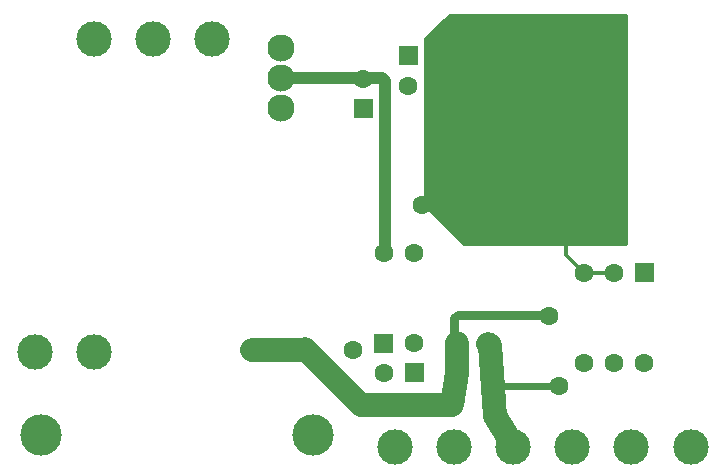
<source format=gbr>
%FSLAX34Y34*%
%MOMM*%
%LNCOPPER_BOTTOM*%
G71*
G01*
%ADD10C, 3.000*%
%ADD11C, 3.500*%
%ADD12C, 2.300*%
%ADD13C, 1.600*%
%ADD14C, 1.000*%
%ADD15C, 1.600*%
%ADD16C, 1.600*%
%ADD17C, 1.400*%
%ADD18C, 2.000*%
%ADD19C, 0.600*%
%ADD20C, 0.300*%
%ADD21C, 0.800*%
%LPD*%
X573000Y587000D02*
G54D10*
D03*
X523000Y587000D02*
G54D10*
D03*
X473000Y587000D02*
G54D10*
D03*
X423000Y587000D02*
G54D10*
D03*
X373000Y587000D02*
G54D10*
D03*
X323000Y587000D02*
G54D10*
D03*
X23000Y597000D02*
G54D11*
D03*
X253000Y597000D02*
G54D11*
D03*
X68000Y932000D02*
G54D10*
D03*
X118000Y932000D02*
G54D10*
D03*
X168000Y932000D02*
G54D10*
D03*
X18000Y667000D02*
G54D10*
D03*
X68000Y667000D02*
G54D10*
D03*
X573000Y587000D02*
G54D10*
D03*
X523000Y587000D02*
G54D10*
D03*
X473000Y587000D02*
G54D10*
D03*
X423000Y587000D02*
G54D10*
D03*
X373000Y587000D02*
G54D10*
D03*
X323000Y587000D02*
G54D10*
D03*
X23000Y597000D02*
G54D11*
D03*
X253000Y597000D02*
G54D11*
D03*
X68000Y932000D02*
G54D10*
D03*
X118000Y932000D02*
G54D10*
D03*
X168000Y932000D02*
G54D10*
D03*
X18000Y667000D02*
G54D10*
D03*
X68000Y667000D02*
G54D10*
D03*
X573000Y587000D02*
G54D10*
D03*
X523000Y587000D02*
G54D10*
D03*
X473000Y587000D02*
G54D10*
D03*
X423000Y587000D02*
G54D10*
D03*
X373000Y587000D02*
G54D10*
D03*
X323000Y587000D02*
G54D10*
D03*
X23000Y597000D02*
G54D11*
D03*
X253000Y597000D02*
G54D11*
D03*
X68000Y932000D02*
G54D10*
D03*
X118000Y932000D02*
G54D10*
D03*
X168000Y932000D02*
G54D10*
D03*
X18000Y667000D02*
G54D10*
D03*
X68000Y667000D02*
G54D10*
D03*
X226600Y924900D02*
G54D12*
D03*
X226600Y899500D02*
G54D12*
D03*
X226600Y874100D02*
G54D12*
D03*
X226600Y924900D02*
G54D12*
D03*
X226600Y899500D02*
G54D12*
D03*
X226600Y874100D02*
G54D12*
D03*
G36*
X305112Y666917D02*
X305112Y682917D01*
X321112Y682917D01*
X321112Y666917D01*
X305112Y666917D01*
G37*
X338612Y674917D02*
G54D13*
D03*
X313112Y751417D02*
G54D13*
D03*
X338612Y751417D02*
G54D13*
D03*
G54D14*
X226600Y899500D02*
X311531Y899500D01*
X313912Y897119D01*
X313912Y752218D01*
X313112Y751417D01*
X313866Y649869D02*
G54D15*
D03*
G36*
X347266Y641869D02*
X331266Y641869D01*
X331266Y657869D01*
X347266Y657869D01*
X347266Y641869D01*
G37*
G36*
X541781Y726400D02*
X525781Y726400D01*
X525781Y742400D01*
X541781Y742400D01*
X541781Y726400D01*
G37*
X508381Y734400D02*
G54D16*
D03*
X482981Y734400D02*
G54D16*
D03*
X482981Y658200D02*
G54D16*
D03*
X508381Y658200D02*
G54D16*
D03*
X533781Y658200D02*
G54D16*
D03*
X295832Y898930D02*
G54D15*
D03*
G36*
X287832Y865530D02*
X287832Y881530D01*
X303832Y881530D01*
X303832Y865530D01*
X287832Y865530D01*
G37*
G36*
X540781Y727400D02*
X526781Y727400D01*
X526781Y741400D01*
X540781Y741400D01*
X540781Y727400D01*
G37*
X508381Y734400D02*
G54D17*
D03*
X482981Y734400D02*
G54D17*
D03*
X482981Y658200D02*
G54D17*
D03*
X508381Y658200D02*
G54D17*
D03*
X533781Y658200D02*
G54D17*
D03*
G54D18*
X201984Y668776D02*
X245114Y668776D01*
X246444Y670106D01*
X294069Y622481D01*
X371062Y622481D01*
X371412Y622131D01*
G54D18*
X371062Y622481D02*
X375208Y649693D01*
X375208Y675093D01*
G54D18*
X423000Y587000D02*
X423000Y588800D01*
X407575Y613353D01*
X402812Y673236D01*
X401796Y674253D01*
X402812Y673236D02*
G54D15*
D03*
X372827Y672711D02*
G54D15*
D03*
X373220Y648059D02*
G54D15*
D03*
X224638Y668862D02*
G54D15*
D03*
X202638Y668862D02*
G54D15*
D03*
X346059Y791947D02*
G54D15*
D03*
X461947Y638356D02*
G54D15*
D03*
G54D19*
X461947Y638356D02*
X406862Y638356D01*
X411191Y637997D01*
X452860Y697944D02*
G54D15*
D03*
X333912Y892944D02*
G54D15*
D03*
G36*
X341912Y926344D02*
X341912Y910344D01*
X325912Y910344D01*
X325912Y926344D01*
X341912Y926344D01*
G37*
G54D20*
X346059Y791947D02*
X348044Y791947D01*
X380984Y759006D01*
X467106Y759006D01*
X467503Y758609D01*
X467503Y749878D01*
X482981Y734400D01*
X508381Y734400D01*
X287638Y669162D02*
G54D15*
D03*
G54D21*
X372827Y672711D02*
X372827Y695827D01*
X376000Y699000D01*
X451803Y699000D01*
X452860Y697944D01*
G36*
X380984Y759006D02*
X518000Y759000D01*
X518000Y952000D01*
X369000Y952000D01*
X349000Y932000D01*
X349000Y794888D01*
X346059Y791947D01*
X348044Y791947D01*
X380984Y759006D01*
G37*
G54D20*
X380984Y759006D02*
X518000Y759000D01*
X518000Y952000D01*
X369000Y952000D01*
X349000Y932000D01*
X349000Y794888D01*
X346059Y791947D01*
X348044Y791947D01*
X380984Y759006D01*
M02*

</source>
